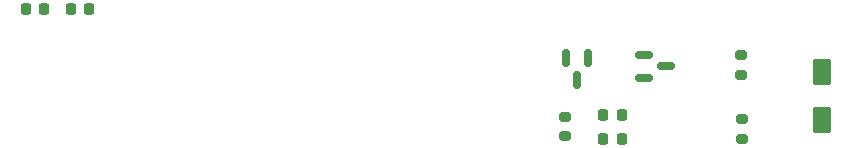
<source format=gtp>
%TF.GenerationSoftware,KiCad,Pcbnew,9.0.1*%
%TF.CreationDate,2025-04-07T13:35:56-07:00*%
%TF.ProjectId,Groundstation_433_Hat,47726f75-6e64-4737-9461-74696f6e5f34,1.3*%
%TF.SameCoordinates,Original*%
%TF.FileFunction,Paste,Top*%
%TF.FilePolarity,Positive*%
%FSLAX46Y46*%
G04 Gerber Fmt 4.6, Leading zero omitted, Abs format (unit mm)*
G04 Created by KiCad (PCBNEW 9.0.1) date 2025-04-07 13:35:56*
%MOMM*%
%LPD*%
G01*
G04 APERTURE LIST*
G04 Aperture macros list*
%AMRoundRect*
0 Rectangle with rounded corners*
0 $1 Rounding radius*
0 $2 $3 $4 $5 $6 $7 $8 $9 X,Y pos of 4 corners*
0 Add a 4 corners polygon primitive as box body*
4,1,4,$2,$3,$4,$5,$6,$7,$8,$9,$2,$3,0*
0 Add four circle primitives for the rounded corners*
1,1,$1+$1,$2,$3*
1,1,$1+$1,$4,$5*
1,1,$1+$1,$6,$7*
1,1,$1+$1,$8,$9*
0 Add four rect primitives between the rounded corners*
20,1,$1+$1,$2,$3,$4,$5,0*
20,1,$1+$1,$4,$5,$6,$7,0*
20,1,$1+$1,$6,$7,$8,$9,0*
20,1,$1+$1,$8,$9,$2,$3,0*%
G04 Aperture macros list end*
%ADD10RoundRect,0.225000X-0.225000X-0.250000X0.225000X-0.250000X0.225000X0.250000X-0.225000X0.250000X0*%
%ADD11RoundRect,0.150000X-0.150000X0.587500X-0.150000X-0.587500X0.150000X-0.587500X0.150000X0.587500X0*%
%ADD12RoundRect,0.200000X0.275000X-0.200000X0.275000X0.200000X-0.275000X0.200000X-0.275000X-0.200000X0*%
%ADD13RoundRect,0.200000X-0.275000X0.200000X-0.275000X-0.200000X0.275000X-0.200000X0.275000X0.200000X0*%
%ADD14RoundRect,0.225000X0.225000X0.250000X-0.225000X0.250000X-0.225000X-0.250000X0.225000X-0.250000X0*%
%ADD15RoundRect,0.150000X-0.587500X-0.150000X0.587500X-0.150000X0.587500X0.150000X-0.587500X0.150000X0*%
%ADD16RoundRect,0.168300X0.596700X-0.936700X0.596700X0.936700X-0.596700X0.936700X-0.596700X-0.936700X0*%
G04 APERTURE END LIST*
D10*
%TO.C,C3*%
X170153937Y-75400000D03*
X171703937Y-75400000D03*
%TD*%
D11*
%TO.C,Q1*%
X168865776Y-68538715D03*
X166965776Y-68538715D03*
X167915776Y-70413715D03*
%TD*%
D12*
%TO.C,R2*%
X181871002Y-75398901D03*
X181871002Y-73748901D03*
%TD*%
D13*
%TO.C,R1*%
X166953937Y-73550000D03*
X166953937Y-75200000D03*
%TD*%
D14*
%TO.C,C1*%
X122794139Y-64400000D03*
X121244139Y-64400000D03*
%TD*%
D10*
%TO.C,C2*%
X125054139Y-64400000D03*
X126604139Y-64400000D03*
%TD*%
%TO.C,C4*%
X170153937Y-73373620D03*
X171703937Y-73373620D03*
%TD*%
D15*
%TO.C,Q2*%
X173631121Y-68323188D03*
X173631121Y-70223188D03*
X175506121Y-69273188D03*
%TD*%
D13*
%TO.C,R3*%
X181833934Y-68327479D03*
X181833934Y-69977479D03*
%TD*%
D16*
%TO.C,D1*%
X188657821Y-69743807D03*
X188657821Y-73843807D03*
%TD*%
M02*

</source>
